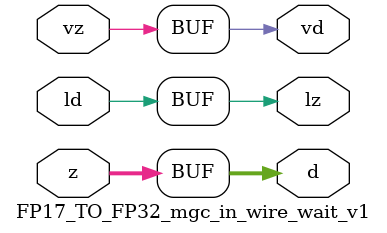
<source format=v>
module FP17_TO_FP32_mgc_in_wire_wait_v1 (ld, vd, d, lz, vz, z);
  parameter integer rscid = 1;
  parameter integer width = 8;
  input ld;
  output vd;
  output [width-1:0] d;
  output lz;
  input vz;
  input [width-1:0] z;
  wire vd;
  wire [width-1:0] d;
  wire lz;
  assign d = z;
  assign lz = ld;
  assign vd = vz;
endmodule
</source>
